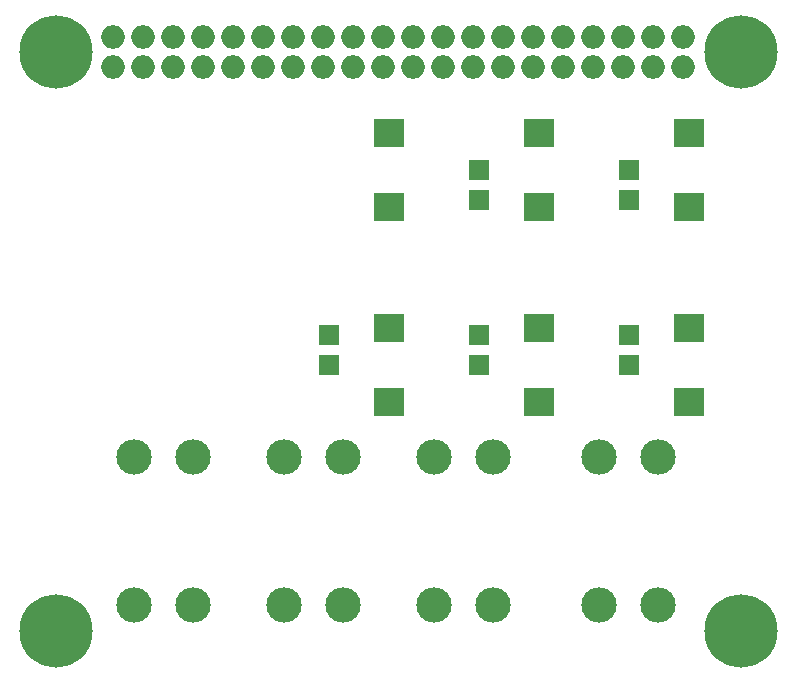
<source format=gbr>
G04 #@! TF.FileFunction,Soldermask,Top*
%FSLAX46Y46*%
G04 Gerber Fmt 4.6, Leading zero omitted, Abs format (unit mm)*
G04 Created by KiCad (PCBNEW 4.0.7) date 01/22/18 00:42:11*
%MOMM*%
%LPD*%
G01*
G04 APERTURE LIST*
%ADD10C,0.100000*%
%ADD11O,2.000000X2.000000*%
%ADD12C,6.200000*%
%ADD13R,1.800000X1.800000*%
%ADD14R,2.500000X2.400000*%
%ADD15O,3.000000X3.000000*%
G04 APERTURE END LIST*
D10*
D11*
X60440000Y-53530000D03*
X60440000Y-50990000D03*
X62980000Y-53530000D03*
X62980000Y-50990000D03*
X65520000Y-53530000D03*
X65520000Y-50990000D03*
X68060000Y-53530000D03*
X68060000Y-50990000D03*
X70600000Y-53530000D03*
X70600000Y-50990000D03*
X73140000Y-53530000D03*
X73140000Y-50990000D03*
X75680000Y-53530000D03*
X75680000Y-50990000D03*
X78220000Y-53530000D03*
X78220000Y-50990000D03*
X80760000Y-53530000D03*
X80760000Y-50990000D03*
X83300000Y-53530000D03*
X83300000Y-50990000D03*
X85840000Y-53530000D03*
X85840000Y-50990000D03*
X88380000Y-53530000D03*
X88380000Y-50990000D03*
X90920000Y-53530000D03*
X90920000Y-50990000D03*
X93460000Y-53530000D03*
X93460000Y-50990000D03*
X96000000Y-53530000D03*
X96000000Y-50990000D03*
X98540000Y-53530000D03*
X98540000Y-50990000D03*
X101080000Y-53530000D03*
X101080000Y-50990000D03*
X103620000Y-53530000D03*
X103620000Y-50990000D03*
X106160000Y-53530000D03*
X106160000Y-50990000D03*
X108700000Y-53530000D03*
X108700000Y-50990000D03*
D12*
X113570000Y-52260000D03*
X113570000Y-101260000D03*
X55570000Y-101260000D03*
X55570000Y-52260000D03*
D13*
X104140000Y-64770000D03*
X104140000Y-62230000D03*
X91440000Y-64770000D03*
X91440000Y-62230000D03*
X104140000Y-78740000D03*
X104140000Y-76200000D03*
X91440000Y-78740000D03*
X91440000Y-76200000D03*
X78740000Y-78740000D03*
X78740000Y-76200000D03*
D14*
X83820000Y-65380000D03*
X83820000Y-59080000D03*
X109220000Y-59080000D03*
X109220000Y-65380000D03*
X96520000Y-59080000D03*
X96520000Y-65380000D03*
X109220000Y-81890000D03*
X109220000Y-75590000D03*
X96520000Y-81890000D03*
X96520000Y-75590000D03*
X83820000Y-81890000D03*
X83820000Y-75590000D03*
D15*
X101600000Y-86560000D03*
X106600000Y-86560000D03*
X101600000Y-99060000D03*
X106600000Y-99060000D03*
X87630000Y-86560000D03*
X92630000Y-86560000D03*
X87630000Y-99060000D03*
X92630000Y-99060000D03*
X74930000Y-86560000D03*
X79930000Y-86560000D03*
X74930000Y-99060000D03*
X79930000Y-99060000D03*
X62230000Y-86560000D03*
X67230000Y-86560000D03*
X62230000Y-99060000D03*
X67230000Y-99060000D03*
M02*

</source>
